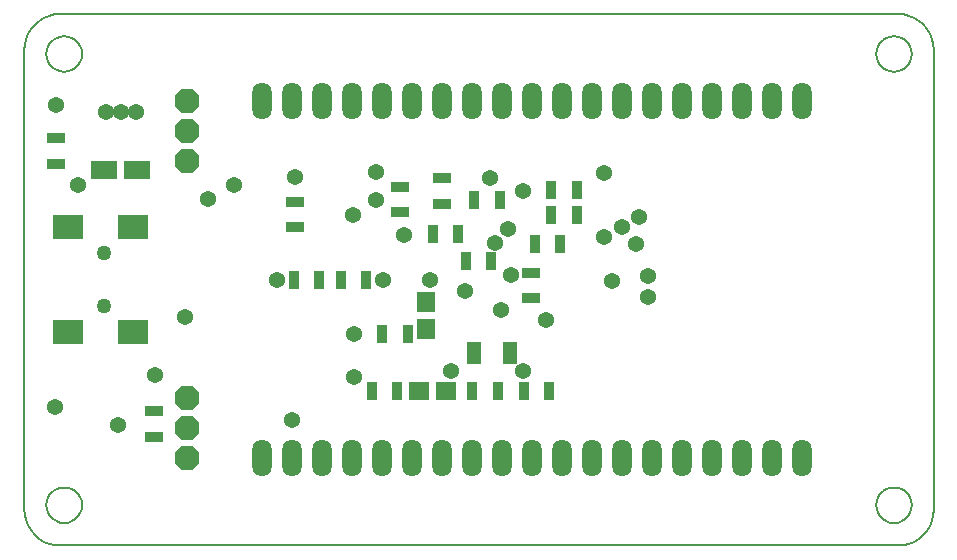
<source format=gbr>
%FSLAX23Y23*%
%MOIN*%
G04 EasyPC Gerber Version 15.0.4 Build 3016 *
%ADD112O,0.06506X0.12411*%
%ADD104R,0.03356X0.06112*%
%ADD118R,0.04537X0.07690*%
%ADD153R,0.06100X0.06600*%
%AMT103*0 Octagon Pad at angle 0*4,1,8,-0.01673,-0.04040,0.01673,-0.04040,0.04040,-0.01673,0.04040,0.01673,0.01673,0.04040,-0.01673,0.04040,-0.04040,0.01673,-0.04040,-0.01673,-0.01673,-0.04040,0*%
%ADD103T103*%
%ADD74C,0.00500*%
%ADD12C,0.00787*%
%ADD84R,0.06112X0.03356*%
%ADD117R,0.06600X0.06100*%
%ADD105R,0.08600X0.06100*%
%ADD76R,0.10443X0.08474*%
%ADD102C,0.04943*%
%ADD107C,0.05400*%
%ADD108C,0.05403*%
X0Y0D02*
D02*
D12*
X136Y26D02*
X2928D01*
X2946Y28*
X2964Y32*
X2981Y39*
X2997Y49*
X3011Y61*
X3023Y75*
X3033Y91*
X3040Y108*
X3044Y126*
X3046Y144*
Y1678*
X3044Y1696*
X3040Y1715*
X3033Y1732*
X3023Y1748*
X3011Y1763*
X2996Y1775*
X2980Y1785*
X2963Y1792*
X2945Y1796*
X2926Y1798*
X136*
X117Y1796*
X99Y1792*
X81Y1784*
X65Y1774*
X50Y1762*
X38Y1747*
X28Y1731*
X20Y1713*
X16Y1695*
X14Y1676*
Y148*
X16Y129*
X20Y110*
X28Y93*
X38Y76*
X50Y62*
X65Y49*
X81Y39*
X99Y32*
X117Y28*
X136Y26*
D02*
D74*
X148Y219D02*
X135Y218D01*
X123Y213*
X111Y206*
X102Y197*
X95Y186*
X91Y173*
X89Y160*
X91Y147*
X95Y134*
X102Y123*
X111Y114*
X123Y107*
X135Y102*
X148Y101*
X161Y102*
X174Y107*
X185Y114*
X194Y123*
X201Y134*
X206Y147*
X207Y160*
X206Y173*
X201Y186*
X194Y197*
X185Y206*
X174Y213*
X161Y218*
X148Y219*
Y1723D02*
X135Y1721D01*
X123Y1717*
X111Y1710*
X102Y1701*
X95Y1690*
X91Y1677*
X89Y1664*
X91Y1651*
X95Y1638*
X102Y1627*
X111Y1618*
X123Y1611*
X135Y1606*
X148Y1605*
X161Y1606*
X174Y1611*
X185Y1618*
X194Y1627*
X201Y1638*
X206Y1651*
X207Y1664*
X206Y1677*
X201Y1690*
X194Y1701*
X185Y1710*
X174Y1717*
X161Y1721*
X148Y1723*
X2914Y219D02*
X2901Y218D01*
X2889Y213*
X2877Y206*
X2868Y197*
X2861Y186*
X2857Y173*
X2855Y160*
X2857Y147*
X2861Y134*
X2868Y123*
X2877Y114*
X2889Y107*
X2901Y102*
X2914Y101*
X2927Y102*
X2940Y107*
X2951Y114*
X2960Y123*
X2968Y134*
X2972Y147*
X2973Y160*
X2972Y173*
X2968Y186*
X2960Y197*
X2951Y206*
X2940Y213*
X2927Y218*
X2914Y219*
Y1723D02*
X2901Y1721D01*
X2889Y1717*
X2877Y1710*
X2868Y1701*
X2861Y1690*
X2857Y1677*
X2855Y1664*
X2857Y1651*
X2861Y1638*
X2868Y1627*
X2877Y1618*
X2889Y1611*
X2901Y1606*
X2914Y1605*
X2927Y1606*
X2940Y1611*
X2951Y1618*
X2960Y1627*
X2968Y1638*
X2972Y1651*
X2973Y1664*
X2972Y1677*
X2968Y1690*
X2960Y1701*
X2951Y1710*
X2940Y1717*
X2927Y1721*
X2914Y1723*
D02*
D76*
X162Y736D03*
Y1088D03*
X379Y739D03*
Y1088D03*
D02*
D84*
X121Y1299D03*
Y1384D03*
X447Y389D03*
Y474D03*
X916Y1086D03*
Y1171D03*
X1266Y1137D03*
Y1222D03*
X1408Y1165D03*
Y1250D03*
X1703Y850D03*
Y935D03*
D02*
D102*
X280Y823D03*
Y1001D03*
D02*
D103*
X558Y417D03*
Y1406D03*
X558Y317D03*
Y517D03*
Y1306D03*
Y1506D03*
D02*
D104*
X913Y912D03*
X998D03*
X1070D03*
X1155D03*
X1173Y542D03*
X1208Y731D03*
X1258Y542D03*
X1293Y731D03*
X1377Y1065D03*
X1462D03*
X1486Y973D03*
X1508Y542D03*
X1515Y1176D03*
X1571Y973D03*
X1593Y542D03*
X1600Y1176D03*
X1680Y542D03*
X1716Y1030D03*
X1765Y542D03*
X1771Y1128D03*
Y1211D03*
X1801Y1030D03*
X1856Y1128D03*
Y1211D03*
D02*
D105*
X282Y1278D03*
X392Y1279D03*
D02*
D107*
X121Y1495D03*
X195Y1227D03*
X286Y1471D03*
X337D03*
X388D03*
X451Y593D03*
X857Y912D03*
X908Y443D03*
X1211Y912D03*
X1754Y778D03*
D02*
D108*
X117Y487D03*
X329Y428D03*
X550Y786D03*
X628Y1180D03*
X715Y1227D03*
X916Y1254D03*
X1111Y1128D03*
X1113Y589D03*
Y731D03*
X1188Y1178D03*
Y1270D03*
X1282Y1062D03*
X1369Y912D03*
X1436Y609D03*
X1484Y874D03*
X1569Y1251D03*
X1585Y1034D03*
X1605Y810D03*
X1628Y1081D03*
X1636Y928D03*
X1676Y609D03*
Y1207D03*
X1947Y1054D03*
Y1266D03*
X1975Y908D03*
X2006Y1089D03*
X2054Y1030D03*
X2065Y1121D03*
X2093Y853D03*
Y924D03*
D02*
D112*
X808Y317D03*
X808Y1506D03*
X908Y317D03*
X908Y1506D03*
X1008Y317D03*
X1008Y1506D03*
X1108Y317D03*
X1108Y1506D03*
X1208Y317D03*
X1208Y1506D03*
X1308Y317D03*
X1308Y1506D03*
X1408Y317D03*
X1408Y1506D03*
X1508Y317D03*
X1508Y1506D03*
X1608Y317D03*
X1608Y1506D03*
X1708Y317D03*
X1708Y1506D03*
X1808Y317D03*
X1808Y1506D03*
X1908Y317D03*
X1908Y1506D03*
X2008Y317D03*
X2008Y1506D03*
X2108Y317D03*
X2108Y1506D03*
X2208Y317D03*
X2208Y1506D03*
X2308Y317D03*
X2308Y1506D03*
X2408Y317D03*
X2408Y1506D03*
X2508Y317D03*
X2508Y1506D03*
X2608Y317D03*
X2608Y1506D03*
D02*
D117*
X1332Y542D03*
X1422D03*
D02*
D118*
X1513Y666D03*
X1633D03*
D02*
D153*
X1353Y749D03*
Y839D03*
X0Y0D02*
M02*

</source>
